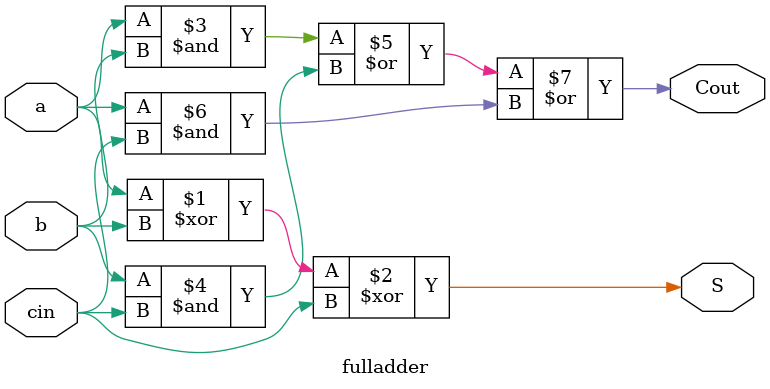
<source format=v>
`timescale 1ns / 1ps


module fulladder(input a, b, cin, output S, Cout);
  assign S = a ^ b ^ cin;
  assign Cout = (a & b) | (b & cin) | (a & cin);
endmodule

  

</source>
